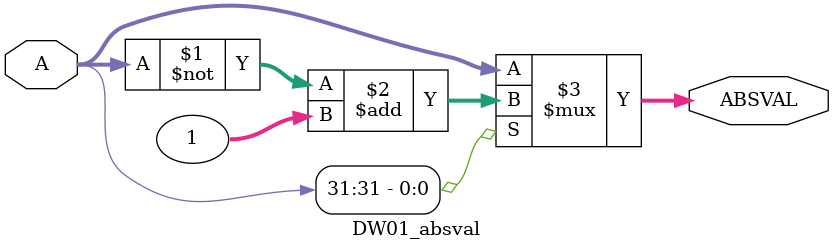
<source format=v>


module DW01_absval (A,ABSVAL)/* synthesis syn_builtin_du = "weak" */;

//parameter declaration
parameter width = 32;

//ports declaration
input [width-1:0] A;
output [width-1:0] ABSVAL;

assign ABSVAL = A[width-1] ? ~A + 1: A;

endmodule

</source>
